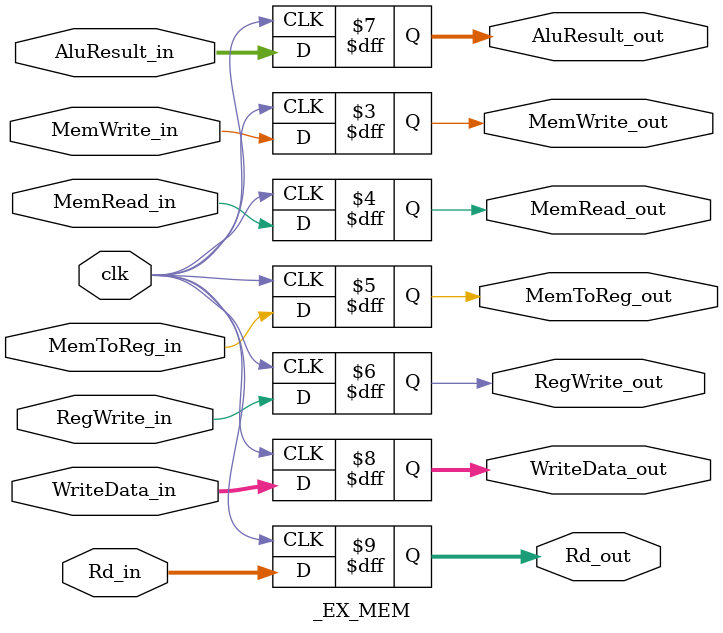
<source format=v>
module _EX_MEM (
    input wire clk,

    // Señales de control desde EX
    input wire MemWrite_in,
    input wire MemRead_in,
    input wire MemToReg_in,
    input wire RegWrite_in,

    // Señales de datos desde EX
    input wire [31:0] AluResult_in,
    input wire [31:0] WriteData_in,
    input wire [4:0]  Rd_in,

    // Señales de control hacia MEM
    output reg MemWrite_out,
    output reg MemRead_out,
    output reg MemToReg_out,
    output reg RegWrite_out,

    // Señales de datos hacia MEM
    output reg [31:0] AluResult_out,
    output reg [31:0] WriteData_out,
    output reg [4:0]  Rd_out
);

    // Inicialización (opcional)
    initial begin
        MemWrite_out  = 0;
        MemRead_out   = 0;
        MemToReg_out  = 0;
        RegWrite_out  = 0;
        AluResult_out = 0;
        WriteData_out = 0;
        Rd_out        = 0;
    end

    // Actualizar en flanco positivo del reloj
    always @(posedge clk) begin
        // Control
        MemWrite_out <= MemWrite_in;
        MemRead_out  <= MemRead_in;
        MemToReg_out <= MemToReg_in;
        RegWrite_out <= RegWrite_in;

        // Datos
        AluResult_out <= AluResult_in;
        WriteData_out <= WriteData_in;
        Rd_out        <= Rd_in;
    end

endmodule


</source>
